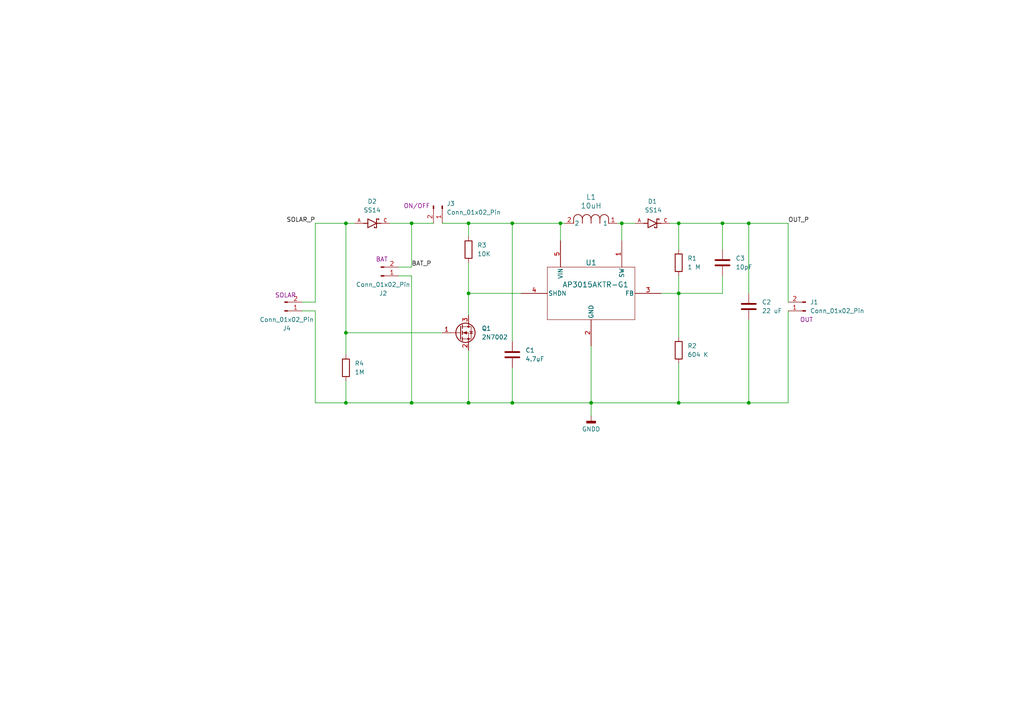
<source format=kicad_sch>
(kicad_sch (version 20250114) (generator "eeschema") (generator_version "9.0")
  (paper "A4")
  (title_block (title "Elector's Solar Power Supply") (date "2025-06-14") (rev "1") (company "Gyronix") (comment 1 "Designed by Clemens Valens for Elektor"))
  (lib_symbols
    (symbol "AP3015AKTR-G1:AP3015AKTR-G1" (pin_names (offset 0.254))
      (property "Reference" "U1" (at 20.32 6.35 0))
      (property "Value" "AP3015" (at 21.59 0 0))
      (symbol "AP3015AKTR-G1_0_1"
        (polyline (pts (xy 7.62 5.08) (xy 7.62 -10.16)) (stroke (width 0.127)))
        (polyline (pts (xy 7.62 -10.16) (xy 33.02 -10.16)) (stroke (width 0.127)))
        (polyline (pts (xy 33.02 5.08) (xy 7.62 5.08)) (stroke (width 0.127)))
        (polyline (pts (xy 33.02 -10.16) (xy 33.02 5.08)) (stroke (width 0.127)))
        (pin input line (at 0 -2.54 0) (length 7.62) (name "SHDN") (number "4"))
        (pin input line (at 11.43 12.7 270) (length 7.62) (name "VIN") (number "5"))
        (pin power_out line (at 20.32 -17.78 90) (length 7.62) (name "GND") (number "2"))
        (pin input line (at 29.21 12.7 270) (length 7.62) (name "SW") (number "1"))
        (pin output line (at 40.64 -2.54 180) (length 7.62) (name "FB") (number "3"))
      )
    )
    (symbol "Connector:Conn_01x02_Pin" (pin_names (offset 1.016) (hide yes))
      (property "Reference" "J" (at 0 2.54 0))
      (property "Value" "Conn_01x02_Pin" (at 0 -5.08 0))
      (symbol "Conn_01x02_Pin_1_1"
        (rectangle (start 0.8636 0.127) (end 0 -0.127) (stroke (width 0.1524)) (fill (type outline)))
        (rectangle (start 0.8636 -2.413) (end 0 -2.667) (stroke (width 0.1524)) (fill (type outline)))
        (polyline (pts (xy 1.27 0) (xy 0.8636 0)) (stroke (width 0.1524)))
        (polyline (pts (xy 1.27 -2.54) (xy 0.8636 -2.54)) (stroke (width 0.1524)))
        (pin passive line (at 5.08 0 180) (length 3.81) (name "Pin_1") (number "1"))
        (pin passive line (at 5.08 -2.54 180) (length 3.81) (name "Pin_2") (number "2"))
      )
    )
    (symbol "Device:C" (pin_numbers (hide yes)) (pin_names (offset 0.254))
      (property "Reference" "C" (at 0.635 2.54 0))
      (property "Value" "C" (at 0.635 -2.54 0))
      (symbol "C_0_1"
        (polyline (pts (xy -2.032 0.762) (xy 2.032 0.762)) (stroke (width 0.508)))
        (polyline (pts (xy -2.032 -0.762) (xy 2.032 -0.762)) (stroke (width 0.508)))
      )
      (symbol "C_1_1"
        (pin passive line (at 0 3.81 270) (length 2.794) (name "~") (number "1"))
        (pin passive line (at 0 -3.81 90) (length 2.794) (name "~") (number "2"))
      )
    )
    (symbol "Device:R" (pin_numbers (hide yes)) (pin_names (offset 0))
      (property "Reference" "R" (at 2.032 0 90))
      (property "Value" "R" (at 0 0 90))
      (symbol "R_0_1"
        (rectangle (start -1.016 -2.54) (end 1.016 2.54) (stroke (width 0.254)))
      )
      (symbol "R_1_1"
        (pin passive line (at 0 3.81 270) (length 1.27) (name "~") (number "1"))
        (pin passive line (at 0 -3.81 90) (length 1.27) (name "~") (number "2"))
      )
    )
    (symbol "SS14:SS14" (pin_names (offset 1.016))
      (property "Reference" "D" (at -5.08 2.54 0))
      (property "Value" "SS14" (at -5.08 -3.81 0))
      (symbol "SS14_0_0"
        (polyline (pts (xy -2.54 0) (xy -1.27 0)) (stroke (width 0.254)))
        (polyline (pts (xy -1.27 1.27) (xy -1.27 0)) (stroke (width 0.254)))
        (polyline (pts (xy -1.27 0) (xy -1.27 -1.27)) (stroke (width 0.254)))
        (polyline (pts (xy -1.27 -1.27) (xy 1.27 0)) (stroke (width 0.254)))
        (polyline (pts (xy 0.635 -1.016) (xy 0.635 -1.27)) (stroke (width 0.254)))
        (polyline (pts (xy 1.27 1.27) (xy 1.27 0)) (stroke (width 0.254)))
        (polyline (pts (xy 1.27 0) (xy -1.27 1.27)) (stroke (width 0.254)))
        (polyline (pts (xy 1.27 0) (xy 1.27 -1.27)) (stroke (width 0.254)))
        (polyline (pts (xy 1.27 -1.27) (xy 0.635 -1.27)) (stroke (width 0.254)))
        (polyline (pts (xy 1.905 1.27) (xy 1.27 1.27)) (stroke (width 0.254)))
        (polyline (pts (xy 1.905 1.27) (xy 1.905 1.016)) (stroke (width 0.254)))
        (polyline (pts (xy 2.54 0) (xy 1.27 0)) (stroke (width 0.254)))
        (pin passive line (at -5.08 0 0) (length 2.54) (name "~") (number "A"))
        (pin passive line (at 5.08 0 180) (length 2.54) (name "~") (number "C"))
      )
    )
    (symbol "Schottky IND_ASPI-0630LR_ABR:ASPI-0630LR-100M-T15" (pin_names (offset 0.254))
      (property "Reference" "L1" (at 7.62 7.62 0))
      (property "Value" "10uH" (at 7.62 5.08 0))
      (symbol "ASPI-0630LR-100M-T15_1_1"
        (polyline (pts (xy 2.54 0) (xy 2.54 1.27)) (stroke (width 0.2032)))
        (arc (start 2.54 1.27) (mid 3.81 2.5344) (end 5.08 1.27) (stroke (width 0.2032)))
        (polyline (pts (xy 5.08 0) (xy 5.08 1.27)) (stroke (width 0.2032)))
        (arc (start 5.08 1.27) (mid 6.35 2.5344) (end 7.62 1.27) (stroke (width 0.2032)))
        (polyline (pts (xy 7.62 0) (xy 7.62 1.27)) (stroke (width 0.2032)))
        (arc (start 7.62 1.27) (mid 8.89 2.5344) (end 10.16 1.27) (stroke (width 0.2032)))
        (polyline (pts (xy 10.16 0) (xy 10.16 1.27)) (stroke (width 0.2032)))
        (arc (start 10.16 1.27) (mid 11.43 2.5344) (end 12.7 1.27) (stroke (width 0.2032)))
        (polyline (pts (xy 12.7 0) (xy 12.7 1.27)) (stroke (width 0.2032)))
        (pin passive line (at 0 0 0) (length 2.54) (name "2") (number "2"))
        (pin passive line (at 15.24 0 180) (length 2.54) (name "1") (number "1"))
      )
      (symbol "ASPI-0630LR-100M-T15_1_2"
        (arc (start -1.27 10.16) (mid -2.5344 11.43) (end -1.27 12.7) (stroke (width 0.2032)))
        (arc (start -1.27 7.62) (mid -2.5344 8.89) (end -1.27 10.16) (stroke (width 0.2032)))
        (arc (start -1.27 5.08) (mid -2.5344 6.35) (end -1.27 7.62) (stroke (width 0.2032)))
        (arc (start -1.27 2.54) (mid -2.5344 3.81) (end -1.27 5.08) (stroke (width 0.2032)))
        (polyline (pts (xy 0 12.7) (xy -1.27 12.7)) (stroke (width 0.2032)))
        (polyline (pts (xy 0 10.16) (xy -1.27 10.16)) (stroke (width 0.2032)))
        (polyline (pts (xy 0 7.62) (xy -1.27 7.62)) (stroke (width 0.2032)))
        (polyline (pts (xy 0 5.08) (xy -1.27 5.08)) (stroke (width 0.2032)))
        (polyline (pts (xy 0 2.54) (xy -1.27 2.54)) (stroke (width 0.2032)))
        (pin unspecified line (at 0 15.24 270) (length 2.54) (name "1") (number "1"))
        (pin unspecified line (at 0 0 90) (length 2.54) (name "2") (number "2"))
      )
    )
    (symbol "Transistor_FET:2N7002" (pin_names (hide yes))
      (property "Reference" "Q" (at 5.08 1.905 0))
      (property "Value" "2N7002" (at 5.08 0 0))
      (symbol "2N7002_0_1"
        (polyline (pts (xy 0.254 1.905) (xy 0.254 -1.905)) (stroke (width 0.254)))
        (polyline (pts (xy 0.254 0) (xy -2.54 0)))
        (polyline (pts (xy 0.762 2.286) (xy 0.762 1.27)) (stroke (width 0.254)))
        (polyline (pts (xy 0.762 0.508) (xy 0.762 -0.508)) (stroke (width 0.254)))
        (polyline (pts (xy 0.762 -1.27) (xy 0.762 -2.286)) (stroke (width 0.254)))
        (polyline (pts (xy 0.762 -1.778) (xy 3.302 -1.778) (xy 3.302 1.778) (xy 0.762 1.778)))
        (polyline (pts (xy 1.016 0) (xy 2.032 0.381) (xy 2.032 -0.381) (xy 1.016 0)) (fill (type outline)))
        (circle (center 1.651 0) (radius 2.794) (stroke (width 0.254)))
        (polyline (pts (xy 2.54 2.54) (xy 2.54 1.778)))
        (circle (center 2.54 1.778) (radius 0.254) (fill (type outline)))
        (circle (center 2.54 -1.778) (radius 0.254) (fill (type outline)))
        (polyline (pts (xy 2.54 -2.54) (xy 2.54 0) (xy 0.762 0)))
        (polyline (pts (xy 2.794 0.508) (xy 2.921 0.381) (xy 3.683 0.381) (xy 3.81 0.254)))
        (polyline (pts (xy 3.302 0.381) (xy 2.921 -0.254) (xy 3.683 -0.254) (xy 3.302 0.381)))
      )
      (symbol "2N7002_1_1"
        (pin input line (at -5.08 0 0) (length 2.54) (name "G") (number "1"))
        (pin passive line (at 2.54 5.08 270) (length 2.54) (name "D") (number "3"))
        (pin passive line (at 2.54 -5.08 90) (length 2.54) (name "S") (number "2"))
      )
    )
    (symbol "power:GNDD" (power) (pin_numbers (hide yes)) (pin_names (offset 0) (hide yes))
      (property "Value" "GNDD" (at 0 -3.175 0))
      (symbol "GNDD_0_1"
        (rectangle (start -1.27 -1.524) (end 1.27 -2.032) (stroke (width 0.254)) (fill (type outline)))
        (polyline (pts (xy 0 0) (xy 0 -1.524)))
      )
      (symbol "GNDD_1_1"
        (pin power_in line (at 0 0 270) (length 0) (name "~") (number "1"))
      )
    )
  )
  (junction (at 100.33 96.52))
  (junction (at 119.38 64.77))
  (junction (at 196.85 64.77))
  (junction (at 171.45 116.84))
  (junction (at 148.59 64.77))
  (junction (at 196.85 85.09))
  (junction (at 217.17 64.77))
  (junction (at 209.55 64.77))
  (junction (at 148.59 116.84))
  (junction (at 217.17 116.84))
  (junction (at 162.56 64.77))
  (junction (at 100.33 64.77))
  (junction (at 119.38 116.84))
  (junction (at 135.89 116.84))
  (junction (at 196.85 116.84))
  (junction (at 100.33 116.84))
  (junction (at 135.89 85.09))
  (junction (at 180.34 64.77))
  (junction (at 135.89 64.77))
  (wire (pts (xy 115.57 77.47) (xy 119.38 77.47)))
  (wire (pts (xy 194.31 64.77) (xy 196.85 64.77)))
  (wire (pts (xy 91.44 116.84) (xy 100.33 116.84)))
  (wire (pts (xy 148.59 106.68) (xy 148.59 116.84)))
  (wire (pts (xy 135.89 85.09) (xy 151.13 85.09)))
  (wire (pts (xy 217.17 92.71) (xy 217.17 116.84)))
  (wire (pts (xy 135.89 76.2) (xy 135.89 85.09)))
  (wire (pts (xy 113.03 64.77) (xy 119.38 64.77)))
  (wire (pts (xy 180.34 64.77) (xy 184.15 64.77)))
  (wire (pts (xy 217.17 64.77) (xy 228.6 64.77)))
  (wire (pts (xy 196.85 85.09) (xy 196.85 97.79)))
  (wire (pts (xy 100.33 116.84) (xy 100.33 110.49)))
  (wire (pts (xy 162.56 64.77) (xy 162.56 69.85)))
  (wire (pts (xy 228.6 90.17) (xy 228.6 116.84)))
  (wire (pts (xy 87.63 90.17) (xy 91.44 90.17)))
  (wire (pts (xy 162.56 64.77) (xy 163.83 64.77)))
  (wire (pts (xy 91.44 87.63) (xy 91.44 64.77)))
  (wire (pts (xy 148.59 99.06) (xy 148.59 64.77)))
  (wire (pts (xy 191.77 85.09) (xy 196.85 85.09)))
  (wire (pts (xy 148.59 116.84) (xy 171.45 116.84)))
  (wire (pts (xy 179.07 64.77) (xy 180.34 64.77)))
  (wire (pts (xy 171.45 116.84) (xy 171.45 120.65)))
  (wire (pts (xy 135.89 64.77) (xy 135.89 68.58)))
  (wire (pts (xy 209.55 85.09) (xy 196.85 85.09)))
  (wire (pts (xy 135.89 101.6) (xy 135.89 116.84)))
  (wire (pts (xy 115.57 80.01) (xy 119.38 80.01)))
  (wire (pts (xy 100.33 64.77) (xy 100.33 96.52)))
  (wire (pts (xy 91.44 64.77) (xy 100.33 64.77)))
  (wire (pts (xy 180.34 64.77) (xy 180.34 69.85)))
  (wire (pts (xy 128.27 64.77) (xy 135.89 64.77)))
  (wire (pts (xy 209.55 64.77) (xy 209.55 72.39)))
  (wire (pts (xy 100.33 96.52) (xy 100.33 102.87)))
  (wire (pts (xy 135.89 116.84) (xy 148.59 116.84)))
  (wire (pts (xy 217.17 116.84) (xy 228.6 116.84)))
  (wire (pts (xy 87.63 87.63) (xy 91.44 87.63)))
  (wire (pts (xy 196.85 116.84) (xy 217.17 116.84)))
  (wire (pts (xy 148.59 64.77) (xy 162.56 64.77)))
  (wire (pts (xy 209.55 80.01) (xy 209.55 85.09)))
  (wire (pts (xy 228.6 64.77) (xy 228.6 87.63)))
  (wire (pts (xy 119.38 80.01) (xy 119.38 116.84)))
  (wire (pts (xy 100.33 96.52) (xy 128.27 96.52)))
  (wire (pts (xy 119.38 116.84) (xy 135.89 116.84)))
  (wire (pts (xy 135.89 85.09) (xy 135.89 91.44)))
  (wire (pts (xy 209.55 64.77) (xy 217.17 64.77)))
  (wire (pts (xy 196.85 105.41) (xy 196.85 116.84)))
  (wire (pts (xy 91.44 90.17) (xy 91.44 116.84)))
  (wire (pts (xy 119.38 64.77) (xy 119.38 77.47)))
  (wire (pts (xy 171.45 100.33) (xy 171.45 116.84)))
  (wire (pts (xy 135.89 64.77) (xy 148.59 64.77)))
  (wire (pts (xy 171.45 116.84) (xy 196.85 116.84)))
  (wire (pts (xy 196.85 80.01) (xy 196.85 85.09)))
  (wire (pts (xy 100.33 64.77) (xy 102.87 64.77)))
  (wire (pts (xy 119.38 64.77) (xy 125.73 64.77)))
  (wire (pts (xy 100.33 116.84) (xy 119.38 116.84)))
  (wire (pts (xy 217.17 64.77) (xy 217.17 85.09)))
  (wire (pts (xy 196.85 64.77) (xy 196.85 72.39)))
  (wire (pts (xy 196.85 64.77) (xy 209.55 64.77)))
  (label "OUT_P" (at 228.6 64.77 0))
  (label "BAT_P" (at 119.38 77.47 0))
  (label "SOLAR_P" (at 91.44 64.77 180))
  (symbol (lib_id "Connector:Conn_01x02_Pin") (at 128.27 59.69 270) (unit 1)
    (property "Reference" "J3" (at 129.54 59.0549 90) (effects (justify left)))
    (property "Value" "Conn_01x02_Pin" (at 129.54 61.5949 90) (effects (justify left)))
    (property "Footprint" "Button_Switch_THT:SW_DIP_SPSTx01_Slide_9.78x4.72mm_W7.62mm_P2.54mm" (effects (hide yes)))
    (property "Description" "Generic connector, single row, 01x02, script generated" (effects (hide yes)))
    (property "Short Description" "ON/OFF" (at 120.904 59.69 90))
  )
  (symbol (lib_id "AP3015AKTR-G1:AP3015AKTR-G1") (at 151.13 82.55 0) (unit 1)
    (property "Reference" "U1" (at 171.45 76.2 0) (effects (font (size 1.524 1.524))))
    (property "Value" "AP3015AKTR-G1" (at 172.72 82.55 0) (effects (font (size 1.524 1.524))))
    (property "Footprint" "ul_AP3015AKTR-G1:SOT23-5_1P55X2P9_DIO" (effects (hide yes)))
    (property "Datasheet" "AP3015AKTR-G1" (effects (hide yes)))
  )
  (symbol (lib_id "Device:C") (at 217.17 88.9 0) (unit 1)
    (property "Reference" "C2" (at 220.98 87.6299 0) (effects (justify left)))
    (property "Value" "22 uF" (at 220.98 90.1699 0) (effects (justify left)))
    (property "Footprint" "Capacitor_SMD:C_1206_3216Metric" (effects (hide yes)))
    (property "Description" "Unpolarized capacitor" (effects (hide yes)))
  )
  (symbol (lib_id "Connector:Conn_01x02_Pin") (at 110.49 80.01 0) (mirror x) (unit 1)
    (property "Reference" "J2" (at 111.125 85.09 0))
    (property "Value" "Conn_01x02_Pin" (at 111.125 82.55 0))
    (property "Footprint" "Connector_PinHeader_2.54mm:PinHeader_1x02_P2.54mm_Horizontal" (effects (hide yes)))
    (property "Description" "Generic connector, single row, 01x02, script generated" (effects (hide yes)))
    (property "Short Description" "BAT" (at 110.744 75.184 0))
  )
  (symbol (lib_id "Device:R") (at 135.89 72.39 0) (unit 1)
    (property "Reference" "R3" (at 138.43 71.1199 0) (effects (justify left)))
    (property "Value" "10K" (at 138.43 73.6599 0) (effects (justify left)))
    (property "Footprint" "Resistor_SMD:R_0805_2012Metric" (effects (hide yes)))
    (property "Description" "Resistor" (effects (hide yes)))
  )
  (symbol (lib_id "Device:R") (at 100.33 106.68 0) (unit 1)
    (property "Reference" "R4" (at 102.87 105.4099 0) (effects (justify left)))
    (property "Value" "1M" (at 102.87 107.9499 0) (effects (justify left)))
    (property "Footprint" "Resistor_SMD:R_0805_2012Metric" (effects (hide yes)))
    (property "Description" "Resistor" (effects (hide yes)))
  )
  (symbol (lib_id "power:GNDD") (at 171.45 120.65 0) (unit 1)
    (property "Reference" "#PWR01" (effects (hide yes)))
    (property "Value" "GNDD" (at 171.45 124.46 0))
    (property "Description" "Power symbol creates a global label with name \"GNDD\" , digital ground" (effects (hide yes)))
  )
  (symbol (lib_id "Device:R") (at 196.85 101.6 0) (unit 1)
    (property "Reference" "R2" (at 199.39 100.3299 0) (effects (justify left)))
    (property "Value" "604 K" (at 199.39 102.8699 0) (effects (justify left)))
    (property "Footprint" "Resistor_SMD:R_0805_2012Metric" (effects (hide yes)))
    (property "Description" "Resistor" (effects (hide yes)))
  )
  (symbol (lib_id "SS14:SS14") (at 107.95 64.77 0) (unit 1)
    (property "Reference" "D2" (at 107.95 58.42 0))
    (property "Value" "SS14" (at 107.95 60.96 0))
    (property "Footprint" "SS14:DIOM4325X250N" (effects (hide yes)))
    (property "MF" "Taiwan Semiconductor" (effects (hide yes)))
    (property "MAXIMUM_PACKAGE_HEIGHT" "2.5 mm" (effects (hide yes)))
    (property "Package" "SMA-2 Taiwan Semiconductor" (effects (hide yes)))
    (property "Price" "None" (effects (hide yes)))
    (property "Check_prices" "https://www.snapeda.com/parts/SS14/taiwan/view-part/?ref=eda" (effects (hide yes)))
    (property "STANDARD" "IPC-7351B" (effects (hide yes)))
    (property "PARTREV" "O2102" (effects (hide yes)))
    (property "SnapEDA_Link" "https://www.snapeda.com/parts/SS14/taiwan/view-part/?ref=snap" (effects (hide yes)))
    (property "MP" "SS14" (effects (hide yes)))
    (property "Description_1" "1A, 40V, Schottky Rectifier" (effects (hide yes)))
    (property "Availability" "In Stock" (effects (hide yes)))
    (property "MANUFACTURER" "Taiwan Semiconductor" (effects (hide yes)))
  )
  (symbol (lib_id "Connector:Conn_01x02_Pin") (at 233.68 90.17 180) (unit 1)
    (property "Reference" "J1" (at 234.95 87.6299 0) (effects (justify right)))
    (property "Value" "Conn_01x02_Pin" (at 234.95 90.1699 0) (effects (justify right)))
    (property "Footprint" "Connector_PinHeader_2.54mm:PinHeader_1x02_P2.54mm_Horizontal" (effects (hide yes)))
    (property "Description" "Generic connector, single row, 01x02, script generated" (effects (hide yes)))
    (property "Short Description" "OUT" (at 233.934 92.71 0))
  )
  (symbol (lib_id "Schottky IND_ASPI-0630LR_ABR:ASPI-0630LR-100M-T15") (at 163.83 64.77 0) (unit 1)
    (property "Reference" "L1" (at 171.45 57.15 0) (effects (font (size 1.524 1.524))))
    (property "Value" "10uH" (at 171.45 59.69 0) (effects (font (size 1.524 1.524))))
    (property "Footprint" "ul_ASPI-0630LR-100M-T15:IND_ASPI-0630LR_ABR" (effects (hide yes)))
    (property "Datasheet" "ASPI-0630LR-100M-T15" (effects (hide yes)))
  )
  (symbol (lib_id "Transistor_FET:2N7002") (at 133.35 96.52 0) (unit 1)
    (property "Reference" "Q1" (at 139.7 95.2499 0) (effects (justify left)))
    (property "Value" "2N7002" (at 139.7 97.7899 0) (effects (justify left)))
    (property "Footprint" "Package_TO_SOT_SMD:SOT-23" (effects (hide yes)))
    (property "Datasheet" "https://www.onsemi.com/pub/Collateral/NDS7002A-D.PDF" (effects (hide yes)))
    (property "Description" "0.115A Id, 60V Vds, N-Channel MOSFET, SOT-23" (effects (hide yes)))
  )
  (symbol (lib_id "SS14:SS14") (at 189.23 64.77 0) (unit 1)
    (property "Reference" "D1" (at 189.23 58.42 0))
    (property "Value" "SS14" (at 189.484 60.96 0))
    (property "Footprint" "SS14:DIOM4325X250N" (effects (hide yes)))
    (property "MF" "Taiwan Semiconductor" (effects (hide yes)))
    (property "MAXIMUM_PACKAGE_HEIGHT" "2.5 mm" (effects (hide yes)))
    (property "Package" "SMA-2 Taiwan Semiconductor" (effects (hide yes)))
    (property "Price" "None" (effects (hide yes)))
    (property "Check_prices" "https://www.snapeda.com/parts/SS14/taiwan/view-part/?ref=eda" (effects (hide yes)))
    (property "STANDARD" "IPC-7351B" (effects (hide yes)))
    (property "PARTREV" "O2102" (effects (hide yes)))
    (property "SnapEDA_Link" "https://www.snapeda.com/parts/SS14/taiwan/view-part/?ref=snap" (effects (hide yes)))
    (property "MP" "SS14" (effects (hide yes)))
    (property "Description_1" "1A, 40V, Schottky Rectifier" (effects (hide yes)))
    (property "Availability" "In Stock" (effects (hide yes)))
    (property "MANUFACTURER" "Taiwan Semiconductor" (effects (hide yes)))
  )
  (symbol (lib_id "Device:C") (at 209.55 76.2 0) (unit 1)
    (property "Reference" "C3" (at 213.36 74.9299 0) (effects (justify left)))
    (property "Value" "10pF" (at 213.36 77.4699 0) (effects (justify left)))
    (property "Footprint" "Capacitor_SMD:C_0805_2012Metric" (effects (hide yes)))
    (property "Description" "Unpolarized capacitor" (effects (hide yes)))
  )
  (symbol (lib_id "Connector:Conn_01x02_Pin") (at 82.55 90.17 0) (mirror x) (unit 1)
    (property "Reference" "J4" (at 83.185 95.25 0))
    (property "Value" "Conn_01x02_Pin" (at 83.185 92.71 0))
    (property "Footprint" "Connector_PinHeader_2.54mm:PinHeader_1x02_P2.54mm_Horizontal" (effects (hide yes)))
    (property "Description" "Generic connector, single row, 01x02, script generated" (effects (hide yes)))
    (property "Short Description" "SOLAR" (at 82.804 85.598 0))
  )
  (symbol (lib_id "Device:R") (at 196.85 76.2 0) (unit 1)
    (property "Reference" "R1" (at 199.39 74.9299 0) (effects (justify left)))
    (property "Value" "1 M" (at 199.39 77.4699 0) (effects (justify left)))
    (property "Footprint" "Resistor_SMD:R_0805_2012Metric" (effects (hide yes)))
    (property "Description" "Resistor" (effects (hide yes)))
  )
  (symbol (lib_id "Device:C") (at 148.59 102.87 0) (unit 1)
    (property "Reference" "C1" (at 152.4 101.5999 0) (effects (justify left)))
    (property "Value" "4.7uF" (at 152.4 104.1399 0) (effects (justify left)))
    (property "Footprint" "Capacitor_SMD:C_0805_2012Metric" (effects (hide yes)))
    (property "Description" "Unpolarized capacitor" (effects (hide yes)))
  )
)
</source>
